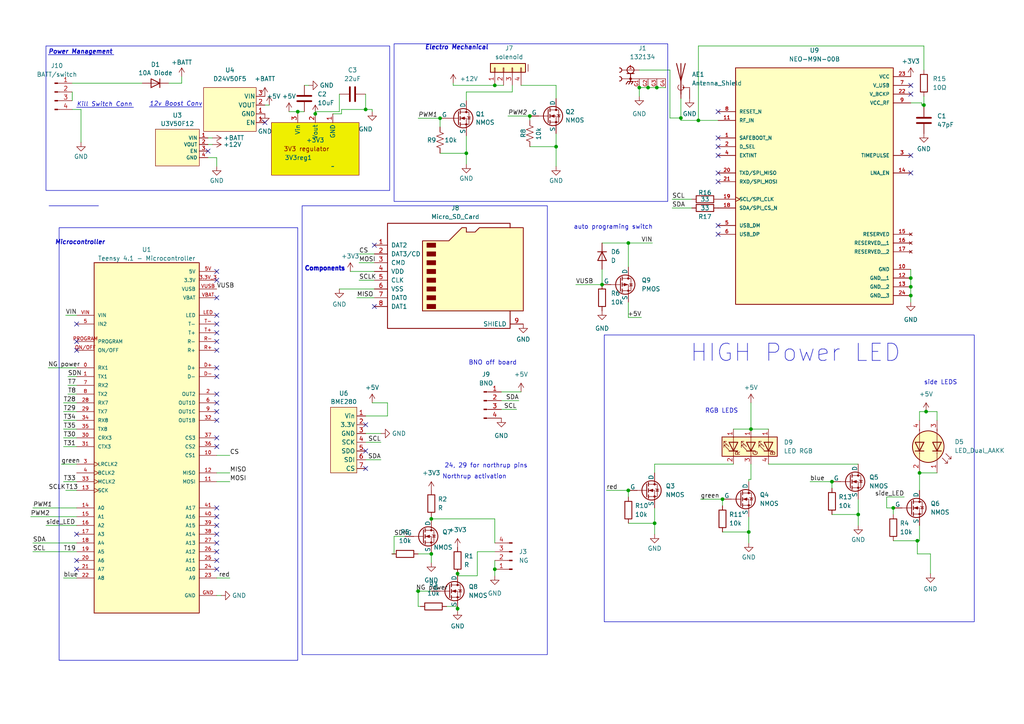
<source format=kicad_sch>
(kicad_sch (version 20250114) (generator "eeschema") (generator_version "9.0")
  (paper "A4")
  (lib_symbols
    (symbol "Connector:Conn_01x04_Pin" (pin_names (offset 1.016) (hide yes))
      (property "Reference" "J" (at 0 5.08 0))
      (property "Value" "Conn_01x04_Pin" (at 0 -7.62 0))
      (symbol "Conn_01x04_Pin_1_1"
        (pin passive line (at 5.08 2.54 180) (length 3.81) (name "Pin_1") (number "1"))
        (pin passive line (at 5.08 0 180) (length 3.81) (name "Pin_2") (number "2"))
        (pin passive line (at 5.08 -2.54 180) (length 3.81) (name "Pin_3") (number "3"))
        (pin passive line (at 5.08 -5.08 180) (length 3.81) (name "Pin_4") (number "4"))
      )
    )
    (symbol "Connector:Micro_SD_Card" (pin_names (offset 1.016))
      (property "Reference" "J" (at -16.51 15.24 0))
      (property "Value" "Micro_SD_Card" (at 16.51 15.24 0))
      (symbol "Micro_SD_Card_1_1"
        (pin bidirectional line (at -22.86 7.62 0) (length 3.81) (name "DAT2") (number "1"))
        (pin bidirectional line (at -22.86 5.08 0) (length 3.81) (name "DAT3/CD") (number "2"))
        (pin input line (at -22.86 2.54 0) (length 3.81) (name "CMD") (number "3"))
        (pin power_in line (at -22.86 0 0) (length 3.81) (name "VDD") (number "4"))
        (pin input line (at -22.86 -2.54 0) (length 3.81) (name "CLK") (number "5"))
        (pin power_in line (at -22.86 -5.08 0) (length 3.81) (name "VSS") (number "6"))
        (pin bidirectional line (at -22.86 -7.62 0) (length 3.81) (name "DAT0") (number "7"))
        (pin bidirectional line (at -22.86 -10.16 0) (length 3.81) (name "DAT1") (number "8"))
        (pin passive line (at 20.32 -15.24 180) (length 3.81) (name "SHIELD") (number "9"))
      )
    )
    (symbol "Connector_Generic_MountingPin:Conn_01x04_MountingPin" (pin_names (offset 1.016) (hide yes))
      (property "Reference" "J7" (at 5.715 -1.6256 90))
      (property "Value" "Conn_01x04_MountingPin" (at 3.175 -1.6256 90))
      (symbol "Conn_01x04_MountingPin_1_1"
        (pin input line (at -5.08 2.54 0) (length 3.81) (name "Pin_1") (number "1"))
        (pin input line (at -5.08 0 0) (length 3.81) (name "Pin_2") (number "2"))
        (pin input line (at -5.08 -2.54 0) (length 3.81) (name "Pin_3") (number "3"))
        (pin input line (at -5.08 -5.08 0) (length 3.81) (name "") (number "4"))
      )
    )
    (symbol "Device:Antenna_Shield" (pin_numbers (hide yes)) (pin_names (offset 1.016) (hide yes))
      (property "Reference" "AE" (at -1.905 4.445 0))
      (property "Value" "Antenna_Shield" (at -1.905 2.54 0))
      (symbol "Antenna_Shield_1_1"
        (pin input line (at 0 -5.08 90) (length 2.54) (name "A") (number "1"))
        (pin input line (at 2.54 -5.08 90) (length 2.54) (name "Shield") (number "2"))
      )
    )
    (symbol "Device:C" (pin_numbers (hide yes)) (pin_names (offset 0.254))
      (property "Reference" "C" (at 0.635 2.54 0))
      (property "Value" "C" (at 0.635 -2.54 0))
      (symbol "C_1_1"
        (pin passive line (at 0 3.81 270) (length 2.794) (name "~") (number "1"))
        (pin passive line (at 0 -3.81 90) (length 2.794) (name "~") (number "2"))
      )
    )
    (symbol "Device:D" (pin_numbers (hide yes)) (pin_names (offset 1.016) (hide yes))
      (property "Reference" "D" (at 0 2.54 0))
      (property "Value" "D" (at 0 -2.54 0))
      (symbol "D_1_1"
        (pin passive line (at -3.81 0 0) (length 2.54) (name "K") (number "1"))
        (pin passive line (at 3.81 0 180) (length 2.54) (name "A") (number "2"))
      )
    )
    (symbol "Device:LED_Dual_AAKK" (pin_names (offset 0) (hide yes))
      (property "Reference" "D5" (at -1.397 7.62 90))
      (property "Value" "LED_Dual_AAKK" (at 1.143 7.62 90))
      (symbol "LED_Dual_AAKK_1_1"
        (pin input line (at -7.62 2.54 0) (length 3.048) (name "A1") (number "3"))
        (pin input line (at -7.62 -2.54 0) (length 3.048) (name "A2") (number "4"))
        (pin input line (at 7.62 2.54 180) (length 3.81) (name "K1") (number "1"))
        (pin input line (at 7.62 -2.54 180) (length 3.81) (name "K2") (number "2"))
      )
    )
    (symbol "Device:LED_RGB" (pin_names (offset 0) (hide yes))
      (property "Reference" "D9" (at 1.27 -9.525 90))
      (property "Value" "LED RGB" (at -1.27 -9.525 90))
      (symbol "LED_RGB_0_0"
        (text "R" (at -1.905 3.81 0) (effects (font (size 1.27 1.27))))
        (text "G" (at -1.905 -1.27 0) (effects (font (size 1.27 1.27))))
        (text "B" (at -1.905 -6.35 0) (effects (font (size 1.27 1.27))))
      )
      (symbol "LED_RGB_1_1"
        (pin passive line (at -5.08 5.08 0) (length 2.54) (name "RK") (number "2"))
        (pin passive line (at -5.08 0 0) (length 2.54) (name "GK") (number "3"))
        (pin passive line (at -5.08 -5.08 0) (length 2.54) (name "BK") (number "4"))
        (pin passive line (at 5.08 5.08 180) (length 2.54) (name "RA") (number "1"))
        (pin passive line (at 5.08 0 180) (length 2.54) (name "GA") (number "1"))
        (pin passive line (at 5.08 -5.08 180) (length 2.54) (name "BA") (number "1"))
      )
    )
    (symbol "Device:R" (pin_numbers (hide yes)) (pin_names (offset 0))
      (property "Reference" "R" (at 2.032 0 90))
      (property "Value" "R" (at 0 0 90))
      (symbol "R_1_1"
        (pin passive line (at 0 3.81 270) (length 1.27) (name "~") (number "1"))
        (pin passive line (at 0 -3.81 90) (length 1.27) (name "~") (number "2"))
      )
    )
    (symbol "Device:R_US" (pin_numbers (hide yes)) (pin_names (offset 0))
      (property "Reference" "R" (at 2.54 0 90))
      (property "Value" "R_US" (at -2.54 0 90))
      (symbol "R_US_1_1"
        (pin passive line (at 0 3.81 270) (length 1.27) (name "~") (number "1"))
        (pin passive line (at 0 -3.81 90) (length 1.27) (name "~") (number "2"))
      )
    )
    (symbol "GND_1" (power) (pin_numbers (hide yes)) (pin_names (offset 0) (hide yes))
      (property "Value" "GND" (at 0 -3.81 0))
      (symbol "GND_1_1_1"
        (pin power_in line (at 0 0 270) (length 0) (name "~") (number "1"))
      )
    )
    (symbol "SHC_H_4_1:132134" (pin_names (offset 1.016))
      (property "Reference" "J" (at -3.81 4.064 0))
      (property "Value" "132134" (at -4.064 1.778 0))
      (symbol "132134_0_0"
        (pin passive line (at 2.54 0 180) (length 5.08) (name "~") (number "1"))
        (pin power_in line (at 2.54 -5.08 90) (length 2.54) (name "~") (number "G1"))
        (pin power_in line (at 5.08 -5.08 90) (length 2.54) (name "~") (number "G2"))
        (pin power_in line (at 7.62 -5.08 90) (length 2.54) (name "~") (number "G3"))
        (pin power_in line (at 10.16 -5.08 90) (length 2.54) (name "~") (number "G4"))
      )
    )
    (symbol "SHC_symbol:3V3_reg"
      (property "Reference" "Pololu3V3reg1" (at -13.97 2.54 0))
      (property "Value" "~" (at 0 0 0))
      (symbol "3V3_reg_1_1"
        (text "3V3 regulator" (at -7.62 5.08 0) (effects (font (size 1.27 1.27))))
        (pin input line (at -10.16 15.24 270) (length 2.54) (name "Vin") (number "3"))
        (pin input line (at -5.08 15.24 270) (length 2.54) (name "Vout") (number "2"))
        (pin input line (at 0 15.24 270) (length 2.54) (name "GND") (number "1"))
      )
    )
    (symbol "SHC_symbol:NEO-M9N-00B" (pin_names (offset 1.016))
      (property "Reference" "U" (at -22.86 28.702 0))
      (property "Value" "NEO-M9N-00B" (at -22.86 -43.18 0))
      (symbol "NEO-M9N-00B_0_0"
        (pin input line (at -27.94 15.24 0) (length 5.08) (name "RESET_N") (number "8"))
        (pin input line (at -27.94 12.7 0) (length 5.08) (name "RF_IN") (number "11"))
        (pin input line (at -27.94 7.62 0) (length 5.08) (name "SAFEBOOT_N") (number "1"))
        (pin input line (at -27.94 5.08 0) (length 5.08) (name "D_SEL") (number "2"))
        (pin input line (at -27.94 2.54 0) (length 5.08) (name "EXTINT") (number "4"))
        (pin output line (at -27.94 -2.54 0) (length 5.08) (name "TXD/SPI_MISO") (number "20"))
        (pin input line (at -27.94 -5.08 0) (length 5.08) (name "RXD/SPI_MOSI") (number "21"))
        (pin bidirectional clock (at -27.94 -10.16 0) (length 5.08) (name "SCL/SPI_CLK") (number "19"))
        (pin bidirectional line (at -27.94 -12.7 0) (length 5.08) (name "SDA/SPI_CS_N") (number "18"))
        (pin bidirectional line (at -27.94 -17.78 0) (length 5.08) (name "USB_DM") (number "5"))
        (pin bidirectional line (at -27.94 -20.32 0) (length 5.08) (name "USB_DP") (number "6"))
        (pin power_in line (at 27.94 25.4 180) (length 5.08) (name "VCC") (number "23"))
        (pin power_in line (at 27.94 22.86 180) (length 5.08) (name "V_USB") (number "7"))
        (pin power_in line (at 27.94 20.32 180) (length 5.08) (name "V_BCKP") (number "22"))
        (pin power_in line (at 27.94 17.78 180) (length 5.08) (name "VCC_RF") (number "9"))
        (pin output line (at 27.94 2.54 180) (length 5.08) (name "TIMEPULSE") (number "3"))
        (pin output line (at 27.94 -2.54 180) (length 5.08) (name "LNA_EN") (number "14"))
        (pin no_connect line (at 27.94 -20.32 180) (length 5.08) (name "RESERVED") (number "15"))
        (pin no_connect line (at 27.94 -22.86 180) (length 5.08) (name "RESERVED__1") (number "16"))
        (pin no_connect line (at 27.94 -25.4 180) (length 5.08) (name "RESERVED__2") (number "17"))
        (pin power_in line (at 27.94 -30.48 180) (length 5.08) (name "GND") (number "10"))
        (pin power_in line (at 27.94 -33.02 180) (length 5.08) (name "GND__1") (number "12"))
        (pin power_in line (at 27.94 -35.56 180) (length 5.08) (name "GND__2") (number "13"))
        (pin power_in line (at 27.94 -38.1 180) (length 5.08) (name "GND__3") (number "24"))
      )
    )
    (symbol "SHC_symbol:Pololu_5V_Regulator" (pin_names (offset 0.254))
      (property "Reference" "U4" (at 0 3.81 0))
      (property "Value" "D24V50F5" (at 0 1.27 0))
      (symbol "Pololu_5V_Regulator_1_1"
        (pin input line (at 10.16 -2.54 180) (length 2.54) (name "VIN") (number "3"))
        (pin output line (at 10.16 -5.08 180) (length 2.54) (name "VOUT") (number "2"))
        (pin passive line (at 10.16 -7.62 180) (length 2.54) (name "GND") (number "1"))
        (pin input line (at 10.16 -10.16 180) (length 2.54) (name "EN") (number "1"))
      )
    )
    (symbol "Simulation_SPICE:NMOS" (pin_numbers (hide yes)) (pin_names (offset 0))
      (property "Reference" "Q" (at 5.08 1.27 0))
      (property "Value" "NMOS" (at 5.08 -1.27 0))
      (symbol "NMOS_1_1"
        (pin input line (at -5.08 0 0) (length 2.54) (name "G") (number "2"))
        (pin passive line (at 2.54 5.08 270) (length 2.54) (name "D") (number "1"))
        (pin passive line (at 2.54 -5.08 90) (length 2.54) (name "S") (number "3"))
      )
    )
    (symbol "Simulation_SPICE:PMOS" (pin_numbers (hide yes)) (pin_names (offset 0))
      (property "Reference" "Q" (at 5.08 1.27 0))
      (property "Value" "PMOS" (at 5.08 -1.27 0))
      (symbol "PMOS_1_1"
        (pin input line (at -5.08 0 0) (length 2.54) (name "G") (number "2"))
        (pin passive line (at 2.54 5.08 270) (length 2.54) (name "D") (number "1"))
        (pin passive line (at 2.54 -5.08 90) (length 2.54) (name "S") (number "3"))
      )
    )
    (symbol "SpaceHardwareClub:BMP388"
      (property "Reference" "U6" (at 0 2.7473 0))
      (property "Value" "BME280" (at 0 0.3231 0))
      (symbol "BMP388_1_1"
        (pin power_in line (at 6.35 -3.81 180) (length 2.54) (name "Vin") (number "1"))
        (pin power_out line (at 6.35 -6.35 180) (length 2.54) (name "3.3V") (number "2"))
        (pin passive line (at 6.35 -8.89 180) (length 2.54) (name "GND") (number "3"))
        (pin passive line (at 6.35 -11.43 180) (length 2.54) (name "SCK") (number "4"))
        (pin passive line (at 6.35 -13.97 180) (length 2.54) (name "SDO") (number "5"))
        (pin passive line (at 6.35 -16.51 180) (length 2.54) (name "SDI") (number "6"))
        (pin passive line (at 6.35 -19.05 180) (length 2.54) (name "CS") (number "7"))
      )
    )
    (symbol "SpaceHardwareClub:U3V70F12"
      (property "Reference" "U" (at 0 0 0))
      (property "Value" "U3V70F12" (at 0 -2.032 0))
      (symbol "U3V70F12_1_0"
        (pin power_in line (at 8.89 -5.715 180) (length 2.54) (name "VIN") (number "1"))
        (pin power_out line (at 8.89 -7.62 180) (length 2.54) (name "VOUT") (number "2"))
        (pin passive line (at 8.89 -9.525 180) (length 2.54) (name "EN") (number "3"))
        (pin passive line (at 8.89 -11.43 180) (length 2.54) (name "GND") (number "4"))
      )
    )
    (symbol "Teensy4-1:DEV-16771" (pin_names (offset 1.016))
      (property "Reference" "U1" (at 0 54.61 0))
      (property "Value" "Teensy 4.1 - Microcontroller" (at 0 52.07 0))
      (symbol "DEV-16771_0_0"
        (pin input line (at -20.32 35.56 0) (length 5.08) (name "VIN") (number "VIN"))
        (pin bidirectional line (at -20.32 33.02 0) (length 5.08) (name "IN2") (number "5"))
        (pin bidirectional line (at -20.32 27.94 0) (length 5.08) (name "PROGRAM") (number "PROGRAM"))
        (pin bidirectional line (at -20.32 25.4 0) (length 5.08) (name "ON/OFF") (number "ON/OFF"))
        (pin bidirectional line (at -20.32 20.32 0) (length 5.08) (name "RX1") (number "0"))
        (pin bidirectional line (at -20.32 17.78 0) (length 5.08) (name "TX1") (number "1"))
        (pin bidirectional line (at -20.32 15.24 0) (length 5.08) (name "RX2") (number "7"))
        (pin bidirectional line (at -20.32 12.7 0) (length 5.08) (name "TX2") (number "8"))
        (pin bidirectional line (at -20.32 10.16 0) (length 5.08) (name "RX7") (number "28"))
        (pin bidirectional line (at -20.32 7.62 0) (length 5.08) (name "TX7") (number "29"))
        (pin bidirectional line (at -20.32 5.08 0) (length 5.08) (name "RX8") (number "34"))
        (pin bidirectional line (at -20.32 2.54 0) (length 5.08) (name "TX8") (number "35"))
        (pin bidirectional line (at -20.32 0 0) (length 5.08) (name "CRX3") (number "30"))
        (pin bidirectional line (at -20.32 -2.54 0) (length 5.08) (name "CTX3") (number "31"))
        (pin bidirectional clock (at -20.32 -7.62 0) (length 5.08) (name "LRCLK2") (number "3"))
        (pin bidirectional clock (at -20.32 -10.16 0) (length 5.08) (name "BCLK2") (number "4"))
        (pin bidirectional clock (at -20.32 -12.7 0) (length 5.08) (name "MCLK2") (number "33"))
        (pin bidirectional clock (at -20.32 -15.24 0) (length 5.08) (name "SCK") (number "13"))
        (pin bidirectional line (at -20.32 -20.32 0) (length 5.08) (name "A0") (number "14"))
        (pin bidirectional line (at -20.32 -22.86 0) (length 5.08) (name "A1") (number "15"))
        (pin bidirectional line (at -20.32 -25.4 0) (length 5.08) (name "A2") (number "16"))
        (pin bidirectional line (at -20.32 -27.94 0) (length 5.08) (name "A3") (number "17"))
        (pin bidirectional line (at -20.32 -30.48 0) (length 5.08) (name "A4") (number "18"))
        (pin bidirectional line (at -20.32 -33.02 0) (length 5.08) (name "A5") (number "19"))
        (pin bidirectional line (at -20.32 -35.56 0) (length 5.08) (name "A6") (number "20"))
        (pin bidirectional line (at -20.32 -38.1 0) (length 5.08) (name "A7") (number "21"))
        (pin bidirectional line (at -20.32 -40.64 0) (length 5.08) (name "A8") (number "22"))
        (pin power_in line (at 20.32 48.26 180) (length 5.08) (name "5V") (number "5V"))
        (pin power_in line (at 20.32 45.72 180) (length 5.08) (name "3.3V") (number "3.3V_3"))
        (pin passive line (at 20.32 43.18 180) (length 5.08) (name "VUSB") (number "VUSB"))
        (pin passive line (at 20.32 40.64 180) (length 5.08) (name "VBAT") (number "VBAT"))
        (pin bidirectional line (at 20.32 35.56 180) (length 5.08) (name "LED") (number "LED"))
        (pin bidirectional line (at 20.32 33.02 180) (length 5.08) (name "T-") (number "T-"))
        (pin bidirectional line (at 20.32 30.48 180) (length 5.08) (name "T+") (number "T+"))
        (pin bidirectional line (at 20.32 27.94 180) (length 5.08) (name "R-") (number "R-"))
        (pin bidirectional line (at 20.32 25.4 180) (length 5.08) (name "R+") (number "R+"))
        (pin bidirectional line (at 20.32 20.32 180) (length 5.08) (name "D+") (number "D+"))
        (pin bidirectional line (at 20.32 17.78 180) (length 5.08) (name "D-") (number "D-"))
        (pin output line (at 20.32 12.7 180) (length 5.08) (name "OUT2") (number "2"))
        (pin output line (at 20.32 10.16 180) (length 5.08) (name "OUT1D") (number "6"))
        (pin output line (at 20.32 7.62 180) (length 5.08) (name "OUT1C") (number "9"))
        (pin output line (at 20.32 5.08 180) (length 5.08) (name "OUT1B") (number "32"))
        (pin bidirectional line (at 20.32 0 180) (length 5.08) (name "CS3") (number "37"))
        (pin bidirectional line (at 20.32 -2.54 180) (length 5.08) (name "CS2") (number "36"))
        (pin bidirectional line (at 20.32 -5.08 180) (length 5.08) (name "CS1") (number "10"))
        (pin bidirectional line (at 20.32 -10.16 180) (length 5.08) (name "MISO") (number "12"))
        (pin bidirectional line (at 20.32 -12.7 180) (length 5.08) (name "MOSI") (number "11"))
        (pin bidirectional line (at 20.32 -20.32 180) (length 5.08) (name "A17") (number "41"))
        (pin bidirectional line (at 20.32 -22.86 180) (length 5.08) (name "A16") (number "40"))
        (pin bidirectional line (at 20.32 -25.4 180) (length 5.08) (name "A15") (number "39"))
        (pin bidirectional line (at 20.32 -27.94 180) (length 5.08) (name "A14") (number "38"))
        (pin bidirectional line (at 20.32 -30.48 180) (length 5.08) (name "A13") (number "27"))
        (pin bidirectional line (at 20.32 -33.02 180) (length 5.08) (name "A12") (number "26"))
        (pin bidirectional line (at 20.32 -35.56 180) (length 5.08) (name "A11") (number "25"))
        (pin bidirectional line (at 20.32 -38.1 180) (length 5.08) (name "A10") (number "24"))
        (pin bidirectional line (at 20.32 -40.64 180) (length 5.08) (name "A9") (number "23"))
      )
      (symbol "DEV-16771_1_0"
        (pin power_in line (at 20.32 -45.72 180) (length 5.08) (name "GND") (number "GND"))
      )
    )
    (symbol "power:+12V" (power) (pin_names (offset 0))
      (property "Value" "+12V" (at 0 3.556 0))
      (symbol "+12V_1_1"
        (pin power_in line (at 0 0 90) (length 0) (hide yes) (name "+12V") (number "1"))
      )
    )
    (symbol "power:+3V3" (power) (pin_names (offset 0))
      (property "Value" "+3V3" (at 0 3.556 0))
      (symbol "+3V3_1_1"
        (pin power_in line (at 0 0 90) (length 0) (hide yes) (name "+3V3") (number "1"))
      )
    )
    (symbol "power:+5V" (power) (pin_names (offset 0))
      (property "Value" "+5V" (at 0 3.556 0))
      (symbol "+5V_1_1"
        (pin power_in line (at 0 0 90) (length 0) (hide yes) (name "+5V") (number "1"))
      )
    )
    (symbol "power:+BATT" (power) (pin_names (offset 0))
      (property "Value" "+BATT" (at 0 3.556 0))
      (symbol "+BATT_1_1"
        (pin power_in line (at 0 0 90) (length 0) (hide yes) (name "+BATT") (number "1"))
      )
    )
    (symbol "power:GND" (power) (pin_names (offset 0))
      (property "Value" "GND" (at 0 -3.81 0))
      (symbol "GND_1_1"
        (pin power_in line (at 0 0 270) (length 0) (hide yes) (name "GND") (number "1"))
      )
    )
  )
  (rectangle (start 14.224 59.69) (end 28.575 59.69))
  (rectangle (start 13.335 13.335) (end 113.03 55.245))
  (rectangle (start 22.225 31.115) (end 38.735 31.115))
  (rectangle (start 114.3 12.7) (end 193.675 58.42))
  (rectangle (start 17.145 66.04) (end 86.36 191.516))
  (rectangle (start 175.26 97.155) (end 282.575 180.34))
  (rectangle (start 87.63 59.69) (end 158.75 189.865))
  (rectangle (start 13.97 15.875) (end 33.02 15.875))
  (rectangle (start 215.9 318.135) (end 281.94 397.51))
  (rectangle (start 43.307 30.988) (end 58.547 30.988))
  (text "BNO off board" (at 135.89 106.045 0) (effects (font (size 1.27 1.27)) (justify left bottom)))
  (text "auto programing switch" (at 166.37 66.675 0) (effects (font (size 1.27 1.27)) (justify left bottom)))
  (text "12v Boost Conv" (at 43.307 30.988 0) (effects (font (size 1.27 1.27) (italic yes)) (justify left bottom)))
  (text "24, 29 for northrup pins" (at 128.905 135.89 0) (effects (font (size 1.27 1.27)) (justify left bottom)))
  (text "Components" (at 88.265 78.74 0) (effects (font (size 1.27 1.27) (thickness 1) (bold yes)) (justify left bottom)))
  (text "Electro Mechanical" (at 123.19 14.605 0) (effects (font (size 1.27 1.27) (thickness 0.254) (bold yes) (italic yes)) (justify left bottom)))
  (text "Kill Switch Conn" (at 22.225 31.115 0) (effects (font (size 1.27 1.27) (italic yes)) (justify left bottom)))
  (text "Microcontroller" (at 15.875 71.12 0) (effects (font (size 1.27 1.27) (thickness 0.254) (bold yes) (italic yes)) (justify left bottom)))
  (text "Northrup activation" (at 128.27 139.065 0) (effects (font (size 1.27 1.27)) (justify left bottom)))
  (text "HIGH Power LED" (at 200.025 105.41 0) (effects (font (size 5 5)) (justify left bottom)))
  (text "Power Management" (at 13.97 15.875 0) (effects (font (size 1.27 1.27) (thickness 0.254) (bold yes) (italic yes)) (justify left bottom)))
  (text "RGB LEDS" (at 204.47 120.015 0) (effects (font (size 1.27 1.27)) (justify left bottom)))
  (text "side LEDS" (at 267.97 111.76 0) (effects (font (size 1.27 1.27)) (justify left bottom)))
  (junction (at 267.97 30.48))
  (junction (at 241.3 139.7))
  (junction (at 264.16 85.725))
  (junction (at 121.285 171.45))
  (junction (at 189.865 151.765))
  (junction (at 125.095 160.655))
  (junction (at 217.17 154.305))
  (junction (at 132.715 166.37))
  (junction (at 259.08 147.32))
  (junction (at 266.065 156.845))
  (junction (at 190.5 25.4))
  (junction (at 135.255 44.45))
  (junction (at 174.625 82.55))
  (junction (at 106.045 31.75))
  (junction (at 143.51 24.765))
  (junction (at 143.51 165.1))
  (junction (at 187.96 25.4))
  (junction (at 132.715 176.53))
  (junction (at 202.565 34.925))
  (junction (at 161.29 42.545))
  (junction (at 127.635 34.29))
  (junction (at 248.92 149.225))
  (junction (at 209.55 144.78))
  (junction (at 264.16 83.185))
  (junction (at 266.7 137.16))
  (junction (at 91.44 33.02))
  (junction (at 86.36 32.385))
  (junction (at 268.605 119.38))
  (junction (at 153.67 33.655))
  (junction (at 182.245 70.485))
  (junction (at 217.805 124.46))
  (junction (at 182.245 142.24))
  (junction (at 197.485 34.223))
  (junction (at 185.42 25.4))
  (junction (at 264.16 80.645))
  (junction (at 125.095 150.495))
  (no_connect (at 22.225 165.1))
  (no_connect (at 62.865 109.22))
  (no_connect (at 62.865 152.4))
  (no_connect (at 62.865 129.54))
  (no_connect (at 62.865 116.84))
  (no_connect (at 62.865 165.1))
  (no_connect (at 62.865 114.3))
  (no_connect (at 208.28 50.165))
  (no_connect (at 208.28 67.945))
  (no_connect (at 62.865 149.86))
  (no_connect (at 62.865 147.32))
  (no_connect (at 208.28 32.385))
  (no_connect (at 264.16 24.765))
  (no_connect (at 62.865 154.94))
  (no_connect (at 22.225 93.98))
  (no_connect (at 62.865 157.48))
  (no_connect (at 22.225 162.56))
  (no_connect (at 62.865 81.28))
  (no_connect (at 208.28 40.005))
  (no_connect (at 62.865 96.52))
  (no_connect (at 60.325 43.815))
  (no_connect (at 62.865 99.06))
  (no_connect (at 22.225 101.6))
  (no_connect (at 106.045 130.81))
  (no_connect (at 76.835 35.56))
  (no_connect (at 264.16 50.165))
  (no_connect (at 208.28 52.705))
  (no_connect (at 62.865 119.38))
  (no_connect (at 108.585 71.12))
  (no_connect (at 264.16 27.305))
  (no_connect (at 22.225 154.94))
  (no_connect (at 62.865 121.92))
  (no_connect (at 208.28 65.405))
  (no_connect (at 106.045 123.19))
  (no_connect (at 62.865 106.68))
  (no_connect (at 62.865 160.02))
  (no_connect (at 62.865 86.36))
  (no_connect (at 208.28 45.085))
  (no_connect (at 62.865 78.74))
  (no_connect (at 22.225 99.06))
  (no_connect (at 62.865 91.44))
  (no_connect (at 62.865 127))
  (no_connect (at 208.28 42.545))
  (no_connect (at 62.865 93.98))
  (no_connect (at 62.865 162.56))
  (no_connect (at 264.16 45.085))
  (no_connect (at 106.045 135.89))
  (no_connect (at 108.585 88.9))
  (no_connect (at 62.865 101.6))
  (wire (pts (xy 101.6 78.74) (xy 108.585 78.74)))
  (wire (pts (xy 167.005 82.55) (xy 174.625 82.55)))
  (wire (pts (xy 125.095 163.195) (xy 125.095 160.655)))
  (wire (pts (xy 185.42 25.4) (xy 185.42 27.94)))
  (wire (pts (xy 121.285 171.45) (xy 121.285 175.895)))
  (wire (pts (xy 145.415 113.665) (xy 151.13 113.665)))
  (wire (pts (xy 121.285 160.655) (xy 125.095 160.655)))
  (wire (pts (xy 194.31 20.32) (xy 185.42 20.32)))
  (wire (pts (xy 267.97 13.335) (xy 267.97 20.32)))
  (wire (pts (xy 194.31 34.223) (xy 194.31 20.32)))
  (wire (pts (xy 174.625 78.105) (xy 174.625 82.55)))
  (wire (pts (xy 22.225 160.02) (xy 9.525 160.02)))
  (wire (pts (xy 62.865 167.64) (xy 66.675 167.64)))
  (wire (pts (xy 132.715 177.165) (xy 132.715 176.53)))
  (wire (pts (xy 135.255 26.67) (xy 135.255 29.21)))
  (wire (pts (xy 148.59 26.67) (xy 148.59 24.765)))
  (wire (pts (xy 209.55 154.305) (xy 217.17 154.305)))
  (wire (pts (xy 197.485 34.223) (xy 194.31 34.223)))
  (wire (pts (xy 19.685 114.3) (xy 22.225 114.3)))
  (wire (pts (xy 121.285 34.29) (xy 127.635 34.29)))
  (wire (pts (xy 13.97 106.68) (xy 22.225 106.68)))
  (wire (pts (xy 129.54 175.895) (xy 132.715 175.895)))
  (wire (pts (xy 17.78 134.62) (xy 22.225 134.62)))
  (wire (pts (xy 189.865 147.32) (xy 189.865 151.765)))
  (wire (pts (xy 62.865 137.16) (xy 66.675 137.16)))
  (wire (pts (xy 257.175 144.145) (xy 257.175 147.32)))
  (wire (pts (xy 107.95 31.75) (xy 106.045 31.75)))
  (wire (pts (xy 131.445 24.765) (xy 131.445 24.13)))
  (wire (pts (xy 202.565 13.335) (xy 267.97 13.335)))
  (wire (pts (xy 86.36 32.385) (xy 86.36 33.02)))
  (wire (pts (xy 267.97 30.48) (xy 267.97 31.115)))
  (wire (pts (xy 19.685 111.76) (xy 22.225 111.76)))
  (wire (pts (xy 135.255 47.625) (xy 135.255 44.45)))
  (wire (pts (xy 217.17 149.86) (xy 217.17 154.305)))
  (wire (pts (xy 145.415 118.745) (xy 149.86 118.745)))
  (wire (pts (xy 174.625 70.485) (xy 182.245 70.485)))
  (wire (pts (xy 268.605 119.38) (xy 266.7 119.38)))
  (wire (pts (xy 103.505 86.36) (xy 108.585 86.36)))
  (wire (pts (xy 202.565 34.925) (xy 202.565 13.335)))
  (wire (pts (xy 217.805 134.62) (xy 217.805 139.065)))
  (wire (pts (xy 264.16 85.725) (xy 264.16 87.63)))
  (wire (pts (xy 114.3 160.655) (xy 113.665 160.655)))
  (wire (pts (xy 182.245 70.485) (xy 189.23 70.485)))
  (wire (pts (xy 112.395 116.84) (xy 107.95 116.84)))
  (wire (pts (xy 106.045 133.35) (xy 110.49 133.35)))
  (wire (pts (xy 186.055 92.075) (xy 182.245 92.075)))
  (wire (pts (xy 259.08 156.845) (xy 266.065 156.845)))
  (wire (pts (xy 112.395 116.84) (xy 112.395 120.65)))
  (wire (pts (xy 271.78 137.16) (xy 266.7 137.16)))
  (wire (pts (xy 106.045 120.65) (xy 112.395 120.65)))
  (wire (pts (xy 121.285 171.45) (xy 125.095 171.45)))
  (wire (pts (xy 194.945 57.785) (xy 200.66 57.785)))
  (wire (pts (xy 121.285 175.895) (xy 121.92 175.895)))
  (wire (pts (xy 106.045 128.27) (xy 110.49 128.27)))
  (wire (pts (xy 209.55 144.78) (xy 209.55 146.685)))
  (wire (pts (xy 62.865 132.08) (xy 66.675 132.08)))
  (wire (pts (xy 266.7 156.845) (xy 266.065 156.845)))
  (wire (pts (xy 197.485 34.925) (xy 197.485 34.223)))
  (wire (pts (xy 98.425 83.82) (xy 108.585 83.82)))
  (wire (pts (xy 153.67 33.655) (xy 153.67 34.925)))
  (wire (pts (xy 18.415 116.84) (xy 22.225 116.84)))
  (wire (pts (xy 194.945 60.325) (xy 200.66 60.325)))
  (wire (pts (xy 106.045 27.305) (xy 106.045 31.75)))
  (wire (pts (xy 114.3 155.575) (xy 114.3 160.655)))
  (wire (pts (xy 114.3 155.575) (xy 117.475 155.575)))
  (wire (pts (xy 212.725 124.46) (xy 217.805 124.46)))
  (wire (pts (xy 98.425 27.305) (xy 98.425 32.385)))
  (wire (pts (xy 248.92 144.78) (xy 248.92 149.225)))
  (wire (pts (xy 266.7 137.16) (xy 266.7 142.24)))
  (wire (pts (xy 161.29 42.545) (xy 161.29 38.735)))
  (wire (pts (xy 202.565 34.925) (xy 197.485 34.925)))
  (wire (pts (xy 182.245 142.24) (xy 182.245 144.145)))
  (wire (pts (xy 52.705 24.13) (xy 52.705 22.225)))
  (wire (pts (xy 62.865 139.7) (xy 66.675 139.7)))
  (wire (pts (xy 127.635 34.29) (xy 127.635 36.83)))
  (wire (pts (xy 197.485 34.223) (xy 197.485 28.575)))
  (wire (pts (xy 20.955 31.75) (xy 23.495 31.75)))
  (wire (pts (xy 88.265 32.385) (xy 86.36 32.385)))
  (wire (pts (xy 259.08 149.225) (xy 259.08 147.32)))
  (wire (pts (xy 91.44 32.385) (xy 91.44 33.02)))
  (wire (pts (xy 203.2 144.78) (xy 209.55 144.78)))
  (wire (pts (xy 266.7 119.38) (xy 266.7 121.92)))
  (wire (pts (xy 267.335 29.845) (xy 267.335 30.48)))
  (wire (pts (xy 257.175 147.32) (xy 259.08 147.32)))
  (wire (pts (xy 222.885 134.62) (xy 248.92 134.62)))
  (wire (pts (xy 138.43 160.02) (xy 143.51 160.02)))
  (wire (pts (xy 241.3 149.225) (xy 248.92 149.225)))
  (wire (pts (xy 264.16 80.645) (xy 264.16 83.185)))
  (wire (pts (xy 264.16 78.105) (xy 264.16 80.645)))
  (wire (pts (xy 98.425 32.385) (xy 91.44 32.385)))
  (wire (pts (xy 143.51 165.1) (xy 143.51 167.005)))
  (wire (pts (xy 217.17 154.305) (xy 217.17 157.48)))
  (wire (pts (xy 76.835 30.48) (xy 78.105 30.48)))
  (wire (pts (xy 127.635 44.45) (xy 135.255 44.45)))
  (wire (pts (xy 104.14 76.2) (xy 108.585 76.2)))
  (wire (pts (xy 264.16 29.845) (xy 267.335 29.845)))
  (wire (pts (xy 264.16 83.185) (xy 264.16 85.725)))
  (wire (pts (xy 266.7 152.4) (xy 266.7 156.845)))
  (wire (pts (xy 9.525 157.48) (xy 22.225 157.48)))
  (wire (pts (xy 83.82 32.385) (xy 86.36 32.385)))
  (wire (pts (xy 190.5 25.4) (xy 193.04 25.4)))
  (wire (pts (xy 161.29 28.575) (xy 161.29 24.765)))
  (wire (pts (xy 120.65 171.45) (xy 121.285 171.45)))
  (wire (pts (xy 99.06 31.75) (xy 99.06 33.02)))
  (wire (pts (xy 99.06 33.02) (xy 96.52 33.02)))
  (wire (pts (xy 262.255 144.145) (xy 257.175 144.145)))
  (wire (pts (xy 9.525 147.32) (xy 22.225 147.32)))
  (wire (pts (xy 61.595 41.91) (xy 60.325 41.91)))
  (wire (pts (xy 132.715 167.005) (xy 138.43 167.005)))
  (wire (pts (xy 187.96 25.4) (xy 190.5 25.4)))
  (wire (pts (xy 18.415 139.7) (xy 22.225 139.7)))
  (wire (pts (xy 269.875 160.655) (xy 269.875 166.37)))
  (wire (pts (xy 135.255 26.67) (xy 148.59 26.67)))
  (wire (pts (xy 248.92 149.225) (xy 248.92 152.4)))
  (wire (pts (xy 107.95 32.385) (xy 107.95 31.75)))
  (wire (pts (xy 18.415 121.92) (xy 22.225 121.92)))
  (wire (pts (xy 217.17 139.065) (xy 217.805 139.065)))
  (wire (pts (xy 217.805 124.46) (xy 222.885 124.46)))
  (wire (pts (xy 189.865 134.62) (xy 212.725 134.62)))
  (wire (pts (xy 61.595 40.005) (xy 60.325 40.005)))
  (wire (pts (xy 22.225 149.86) (xy 8.89 149.86)))
  (wire (pts (xy 18.415 167.64) (xy 22.225 167.64)))
  (wire (pts (xy 99.06 31.75) (xy 106.045 31.75)))
  (wire (pts (xy 131.445 24.765) (xy 143.51 24.765)))
  (wire (pts (xy 217.805 116.84) (xy 217.805 124.46)))
  (wire (pts (xy 20.955 26.67) (xy 20.955 29.21)))
  (wire (pts (xy 267.97 27.94) (xy 267.97 30.48)))
  (wire (pts (xy 18.415 119.38) (xy 22.225 119.38)))
  (wire (pts (xy 208.28 34.925) (xy 202.565 34.925)))
  (wire (pts (xy 60.325 45.72) (xy 62.865 45.72)))
  (wire (pts (xy 182.245 151.765) (xy 189.865 151.765)))
  (wire (pts (xy 18.415 124.46) (xy 22.225 124.46)))
  (wire (pts (xy 234.95 139.7) (xy 241.3 139.7)))
  (wire (pts (xy 13.335 152.4) (xy 22.225 152.4)))
  (wire (pts (xy 143.51 24.765) (xy 146.05 24.765)))
  (wire (pts (xy 104.14 81.28) (xy 108.585 81.28)))
  (wire (pts (xy 145.415 116.205) (xy 150.495 116.205)))
  (wire (pts (xy 132.715 175.895) (xy 132.715 176.53)))
  (wire (pts (xy 266.065 160.655) (xy 269.875 160.655)))
  (wire (pts (xy 189.865 151.765) (xy 189.865 154.94)))
  (wire (pts (xy 151.13 24.765) (xy 161.29 24.765)))
  (wire (pts (xy 110.49 125.73) (xy 106.045 125.73)))
  (wire (pts (xy 153.67 42.545) (xy 161.29 42.545)))
  (wire (pts (xy 48.895 24.13) (xy 52.705 24.13)))
  (wire (pts (xy 241.3 139.7) (xy 241.3 141.605)))
  (wire (pts (xy 268.605 119.38) (xy 271.78 119.38)))
  (wire (pts (xy 267.97 30.48) (xy 267.335 30.48)))
  (wire (pts (xy 64.135 172.72) (xy 62.865 172.72)))
  (wire (pts (xy 189.865 134.62) (xy 189.865 137.16)))
  (wire (pts (xy 185.42 25.4) (xy 187.96 25.4)))
  (wire (pts (xy 143.51 162.56) (xy 143.51 165.1)))
  (wire (pts (xy 18.415 129.54) (xy 22.225 129.54)))
  (wire (pts (xy 104.14 73.66) (xy 108.585 73.66)))
  (wire (pts (xy 132.715 166.37) (xy 132.715 167.005)))
  (wire (pts (xy 182.245 92.075) (xy 182.245 87.63)))
  (wire (pts (xy 125.095 149.86) (xy 125.095 150.495)))
  (wire (pts (xy 138.43 167.005) (xy 138.43 160.02)))
  (wire (pts (xy 125.095 150.495) (xy 143.51 150.495)))
  (wire (pts (xy 266.065 156.845) (xy 266.065 160.655)))
  (wire (pts (xy 161.29 48.26) (xy 161.29 42.545)))
  (wire (pts (xy 20.955 24.13) (xy 41.275 24.13)))
  (wire (pts (xy 19.05 91.44) (xy 22.225 91.44)))
  (wire (pts (xy 88.265 24.765) (xy 89.535 24.765)))
  (wire (pts (xy 19.05 142.24) (xy 22.225 142.24)))
  (wire (pts (xy 143.51 150.495) (xy 143.51 157.48)))
  (wire (pts (xy 182.245 70.485) (xy 182.245 77.47)))
  (wire (pts (xy 217.17 139.065) (xy 217.17 139.7)))
  (wire (pts (xy 62.865 48.26) (xy 62.865 45.72)))
  (wire (pts (xy 18.415 127) (xy 22.225 127)))
  (wire (pts (xy 19.685 109.22) (xy 22.225 109.22)))
  (wire (pts (xy 271.78 119.38) (xy 271.78 121.92)))
  (wire (pts (xy 135.255 44.45) (xy 135.255 39.37)))
  (wire (pts (xy 175.895 142.24) (xy 182.245 142.24)))
  (wire (pts (xy 147.32 33.655) (xy 153.67 33.655)))
  (wire (pts (xy 23.495 31.75) (xy 23.495 41.275)))
  (label "SDN" (at 114.3 155.575 0))
  (label "T19" (at 18.415 160.02 0))
  (label "T30" (at 18.415 127 0))
  (label "PWM2" (at 147.32 33.655 0) (effects (font (italic yes))))
  (label "VUSB" (at 62.865 83.82 0))
  (label "PWM1" (at 9.525 147.32 0) (effects (font (italic yes))))
  (label "T33" (at 18.415 139.7 0))
  (label "T35" (at 18.415 124.46 0))
  (label "CS" (at 66.675 132.08 0))
  (label "NG power" (at 13.97 106.68 0))
  (label "SCL" (at 110.49 128.27 180))
  (label "SDA" (at 194.945 60.325 0))
  (label "T7" (at 19.685 111.76 0))
  (label "NG power" (at 120.65 171.45 0))
  (label "blue" (at 234.95 139.7 0))
  (label "T8" (at 19.685 114.3 0))
  (label "T29" (at 18.415 119.38 0))
  (label "MISO" (at 66.675 137.16 0))
  (label "red" (at 175.895 142.24 0))
  (label "VIN" (at 189.23 70.485 180))
  (label "+5V" (at 186.055 92.075 180))
  (label "VIN" (at 19.05 91.44 0))
  (label "SDA" (at 9.525 157.48 0))
  (label "SCL" (at 149.86 118.745 180))
  (label "side_LED" (at 13.335 152.4 0))
  (label "T13" (at 19.05 142.24 0))
  (label "VUSB" (at 167.005 82.55 0))
  (label "SDA" (at 150.495 116.205 180))
  (label "T34" (at 18.415 121.92 0))
  (label "SCLK" (at 19.05 142.24 180))
  (label "SCLK" (at 104.14 81.28 0))
  (label "CS" (at 104.14 73.66 0))
  (label "MISO" (at 103.505 86.36 0))
  (label "PWM1" (at 121.285 34.29 0) (effects (font (italic yes))))
  (label "green" (at 17.78 134.62 0))
  (label "SDN" (at 19.685 109.22 0))
  (label "PWM2" (at 8.89 149.86 0))
  (label "MOSI" (at 66.675 139.7 0))
  (label "T31" (at 18.415 129.54 0))
  (label "SCL" (at 9.525 160.02 0))
  (label "green" (at 203.2 144.78 0))
  (label "red" (at 66.675 167.64 180))
  (label "blue" (at 18.415 167.64 0))
  (label "T28" (at 18.415 116.84 0))
  (label "side_LED" (at 262.255 144.145 180))
  (label "SCL" (at 194.945 57.785 0))
  (label "SDA" (at 110.49 133.35 180))
  (label "MOSI" (at 104.14 76.2 0))
  (symbol (lib_id "Simulation_SPICE:PMOS") (at 179.705 82.55 0) (unit 1)
    (property "Reference" "Q9" (at 186.055 81.28 0) (effects (justify left)))
    (property "Value" "PMOS" (at 186.055 83.82 0) (effects (justify left)))
    (property "Footprint" "SHC:TO-220AB_LTO" (effects (hide yes)))
    (property "Datasheet" "https://ngspice.sourceforge.io/docs/ngspice-manual.pdf" (effects (hide yes)))
    (property "Sim.Device" "PMOS" (effects (hide yes)))
    (property "Sim.Type" "VDMOS" (effects (hide yes)))
    (property "Sim.Pins" "1=D 2=G 3=S" (effects (hide yes)))
  )
  (symbol (lib_id "power:GND") (at 174.625 90.17 0) (unit 1)
    (property "Reference" "#PWR03" (effects (hide yes)))
    (property "Value" "GND" (at 174.625 95.25 0))
  )
  (symbol (lib_id "power:GND") (at 264.16 87.63 0) (unit 1)
    (property "Reference" "#PWR034" (effects (hide yes)))
    (property "Value" "GND" (at 264.16 92.71 0))
  )
  (symbol (lib_id "Simulation_SPICE:NMOS") (at 187.325 142.24 0) (unit 1)
    (property "Reference" "Q3" (at 193.04 140.97 0) (effects (justify left)))
    (property "Value" "NMOS" (at 193.04 143.51 0) (effects (justify left)))
    (property "Footprint" "SHC:SOT23_DMG3406_DIO" (effects (hide yes)))
    (property "Datasheet" "https://ngspice.sourceforge.io/docs/ngspice-manual.pdf" (effects (hide yes)))
    (property "Sim.Device" "NMOS" (effects (hide yes)))
    (property "Sim.Type" "VDMOS" (effects (hide yes)))
    (property "Sim.Pins" "1=D 2=G 3=S" (effects (hide yes)))
  )
  (symbol (lib_id "power:GND") (at 135.255 47.625 0) (unit 1)
    (property "Reference" "#PWR024" (effects (hide yes)))
    (property "Value" "GND" (at 135.255 51.7581 0))
  )
  (symbol (lib_id "power:GND") (at 161.29 48.26 0) (unit 1)
    (property "Reference" "#PWR026" (effects (hide yes)))
    (property "Value" "GND" (at 161.29 52.3931 0))
  )
  (symbol (lib_id "power:+5V") (at 83.82 32.385 0) (unit 1)
    (property "Reference" "#PWR01" (effects (hide yes)))
    (property "Value" "+5V" (at 83.82 27.94 0))
  )
  (symbol (lib_id "Device:R") (at 182.245 147.955 0) (unit 1)
    (property "Reference" "R10" (at 184.15 146.685 0) (effects (justify left)))
    (property "Value" "10k" (at 184.15 149.225 0) (effects (justify left)))
    (property "Footprint" "Resistor_SMD:R_0603_1608Metric_Pad0.98x0.95mm_HandSolder" (effects (hide yes)))
  )
  (symbol (lib_id "Simulation_SPICE:NMOS") (at 130.175 171.45 0) (unit 1)
    (property "Reference" "Q8" (at 135.89 170.18 0) (effects (justify left)))
    (property "Value" "NMOS" (at 135.89 172.72 0) (effects (justify left)))
    (property "Footprint" "SHC:SOT23_DMG3406_DIO" (effects (hide yes)))
    (property "Datasheet" "https://ngspice.sourceforge.io/docs/ngspice-manual.pdf" (effects (hide yes)))
    (property "Sim.Device" "NMOS" (effects (hide yes)))
    (property "Sim.Type" "VDMOS" (effects (hide yes)))
    (property "Sim.Pins" "1=D 2=G 3=S" (effects (hide yes)))
  )
  (symbol (lib_id "power:+BATT") (at 61.595 40.005 270) (unit 1)
    (property "Reference" "#PWR013" (effects (hide yes)))
    (property "Value" "+BATT" (at 64.77 40.005 90) (effects (justify left)))
  )
  (symbol (lib_id "Device:R_US") (at 153.67 38.735 0) (unit 1)
    (property "Reference" "R8" (at 151.765 40.005 90) (effects (justify left)))
    (property "Value" "10k" (at 156.21 40.64 90) (effects (justify left)))
    (property "Footprint" "Resistor_SMD:R_0603_1608Metric_Pad0.98x0.95mm_HandSolder" (effects (hide yes)))
  )
  (symbol (lib_id "power:+3V3") (at 132.715 158.75 0) (unit 1)
    (property "Reference" "#PWR09" (effects (hide yes)))
    (property "Value" "+3V3" (at 132.715 153.67 0))
  )
  (symbol (lib_id "power:GND") (at 189.865 154.94 0) (unit 1)
    (property "Reference" "#PWR05" (effects (hide yes)))
    (property "Value" "GND" (at 189.865 159.0731 0))
  )
  (symbol (lib_id "power:GND") (at 76.835 33.02 0) (unit 1)
    (property "Reference" "#PWR046" (effects (hide yes)))
    (property "Value" "GND" (at 76.835 38.1 0))
  )
  (symbol (lib_id "Simulation_SPICE:NMOS") (at 214.63 144.78 0) (unit 1)
    (property "Reference" "Q4" (at 220.345 143.51 0) (effects (justify left)))
    (property "Value" "NMOS" (at 220.345 146.05 0) (effects (justify left)))
    (property "Footprint" "SHC:SOT23_DMG3406_DIO" (effects (hide yes)))
    (property "Datasheet" "https://ngspice.sourceforge.io/docs/ngspice-manual.pdf" (effects (hide yes)))
    (property "Sim.Device" "NMOS" (effects (hide yes)))
    (property "Sim.Type" "VDMOS" (effects (hide yes)))
    (property "Sim.Pins" "1=D 2=G 3=S" (effects (hide yes)))
  )
  (symbol (lib_name "GND_1") (lib_id "power:GND") (at 185.42 27.94 0) (unit 1)
    (property "Reference" "#PWR016" (effects (hide yes)))
    (property "Value" "GND" (at 185.42 33.02 0))
    (property "Description" "Power symbol creates a global label with name \"GND\" , ground" (effects (hide yes)))
  )
  (symbol (lib_id "Simulation_SPICE:NMOS") (at 122.555 155.575 0) (unit 1)
    (property "Reference" "Q7" (at 128.27 154.305 0) (effects (justify left)))
    (property "Value" "NMOS" (at 125.73 158.75 0) (effects (justify left)))
    (property "Footprint" "SHC:SOT23_DMG3406_DIO" (effects (hide yes)))
    (property "Datasheet" "https://ngspice.sourceforge.io/docs/ngspice-manual.pdf" (effects (hide yes)))
    (property "Sim.Device" "NMOS" (effects (hide yes)))
    (property "Sim.Type" "VDMOS" (effects (hide yes)))
    (property "Sim.Pins" "1=D 2=G 3=S" (effects (hide yes)))
  )
  (symbol (lib_id "power:GND") (at 89.535 24.765 90) (unit 1)
    (property "Reference" "#PWR022" (effects (hide yes)))
    (property "Value" "GND" (at 92.71 24.765 90) (effects (justify right)))
  )
  (symbol (lib_id "SHC_symbol:NEO-M9N-00B") (at 236.22 47.625 0) (unit 1)
    (property "Reference" "U9" (at 236.22 14.605 0))
    (property "Value" "NEO-M9N-00B" (at 236.22 17.145 0))
    (property "Footprint" "SHC:XCVR_NEO-M9N-00B" (effects (hide yes)))
    (property "PARTREV" "R05" (effects (hide yes)))
    (property "MANUFACTURER" "U blox" (effects (hide yes)))
    (property "MAXIMUM_PACKAGE_HEIGHT" "2.6mm" (effects (hide yes)))
    (property "STANDARD" "Manufacturer Recommendations" (effects (hide yes)))
  )
  (symbol (lib_id "Connector:Conn_01x04_Pin") (at 15.875 26.67 0) (unit 1)
    (property "Reference" "J10" (at 16.51 19.05 0))
    (property "Value" "BATT/switch" (at 16.51 21.59 0))
    (property "Footprint" "Connector_Molex:Molex_Mini-Fit_Jr_5569-04A2_2x02_P4.20mm_Horizontal" (effects (hide yes)))
  )
  (symbol (lib_id "power:+3V3") (at 125.095 142.24 0) (unit 1)
    (property "Reference" "#PWR019" (effects (hide yes)))
    (property "Value" "+3V3" (at 125.095 137.16 0))
  )
  (symbol (lib_id "SHC_symbol:3V3_reg") (at 96.52 48.26 0) (unit 1)
    (property "Reference" "3V3reg1" (at 82.55 45.72 0) (effects (justify left)))
    (property "Value" "~" (at 96.52 48.26 0))
    (property "Footprint" "SHC:SOT223-5_DIO-M" (effects (hide yes)))
    (property "Datasheet" "https://www.pololu.com/product/2849" (effects (hide yes)))
  )
  (symbol (lib_id "Device:R") (at 132.715 162.56 0) (unit 1)
    (property "Reference" "R1" (at 134.62 161.29 0) (effects (justify left)))
    (property "Value" "R" (at 134.62 163.83 0) (effects (justify left)))
    (property "Footprint" "Resistor_SMD:R_0603_1608Metric_Pad0.98x0.95mm_HandSolder" (effects (hide yes)))
  )
  (symbol (lib_id "power:GND") (at 151.765 93.98 0) (unit 1)
    (property "Reference" "#PWR028" (effects (hide yes)))
    (property "Value" "GND" (at 151.765 98.425 0))
  )
  (symbol (lib_id "Device:C") (at 267.97 34.925 0) (unit 1)
    (property "Reference" "C1" (at 271.78 33.655 0) (effects (justify left)))
    (property "Value" "47pF" (at 271.78 36.195 0) (effects (justify left)))
    (property "Footprint" "Capacitor_SMD:C_0603_1608Metric_Pad1.08x0.95mm_HandSolder" (effects (hide yes)))
  )
  (symbol (lib_id "power:GND") (at 269.875 166.37 0) (unit 1)
    (property "Reference" "#PWR052" (effects (hide yes)))
    (property "Value" "GND" (at 269.875 170.815 0))
  )
  (symbol (lib_id "Device:C") (at 88.265 28.575 0) (unit 1)
    (property "Reference" "C2" (at 92.075 27.305 0) (effects (justify left)))
    (property "Value" "10uF" (at 92.075 29.845 0) (effects (justify left)))
    (property "Footprint" "Capacitor_SMD:C_0603_1608Metric_Pad1.08x0.95mm_HandSolder" (effects (hide yes)))
  )
  (symbol (lib_id "power:GND") (at 217.17 157.48 0) (unit 1)
    (property "Reference" "#PWR040" (effects (hide yes)))
    (property "Value" "GND" (at 217.17 161.6131 0))
  )
  (symbol (lib_id "Device:R") (at 259.08 153.035 0) (unit 1)
    (property "Reference" "R4" (at 260.985 151.765 0) (effects (justify left)))
    (property "Value" "10k" (at 260.985 154.305 0) (effects (justify left)))
    (property "Footprint" "Resistor_SMD:R_0603_1608Metric_Pad0.98x0.95mm_HandSolder" (effects (hide yes)))
  )
  (symbol (lib_id "power:GND") (at 200.025 28.575 0) (unit 1)
    (property "Reference" "#PWR035" (effects (hide yes)))
    (property "Value" "GND" (at 200.025 33.02 0))
  )
  (symbol (lib_id "power:GND") (at 62.865 48.26 0) (unit 1)
    (property "Reference" "#PWR014" (effects (hide yes)))
    (property "Value" "GND" (at 62.865 52.3931 0))
  )
  (symbol (lib_id "Device:LED_Dual_AAKK") (at 269.24 129.54 270) (unit 1)
    (property "Reference" "D5" (at 276.86 128.143 90) (effects (justify left)))
    (property "Value" "LED_Dual_AAKK" (at 276.86 130.683 90) (effects (justify left)))
    (property "Footprint" "Connector_Molex:Molex_Mini-Fit_Jr_5569-04A2_2x02_P4.20mm_Horizontal" (effects (hide yes)))
  )
  (symbol (lib_id "Connector_Generic_MountingPin:Conn_01x04_MountingPin") (at 146.05 19.685 90) (unit 1)
    (property "Reference" "J7" (at 147.6756 13.97 90))
    (property "Value" "solenoid" (at 147.6756 16.51 90))
    (property "Footprint" "Connector_Molex:Molex_Mini-Fit_Jr_5569-04A2_2x02_P4.20mm_Horizontal" (effects (hide yes)))
  )
  (symbol (lib_id "power:GND") (at 23.495 41.275 0) (unit 1)
    (property "Reference" "#PWR012" (effects (hide yes)))
    (property "Value" "GND" (at 23.495 45.4081 0))
  )
  (symbol (lib_id "Device:C") (at 102.235 27.305 270) (unit 1)
    (property "Reference" "C3" (at 102.235 20.32 90))
    (property "Value" "22uF" (at 102.235 22.86 90))
    (property "Footprint" "Capacitor_SMD:C_0603_1608Metric_Pad1.08x0.95mm_HandSolder" (effects (hide yes)))
  )
  (symbol (lib_id "power:GND") (at 98.425 83.82 0) (unit 1)
    (property "Reference" "#PWR030" (effects (hide yes)))
    (property "Value" "GND" (at 98.425 88.265 0))
  )
  (symbol (lib_id "power:GND") (at 107.95 32.385 0) (unit 1)
    (property "Reference" "#PWR017" (effects (hide yes)))
    (property "Value" "GND" (at 106.045 37.465 0))
  )
  (symbol (lib_id "power:+5V") (at 217.805 116.84 0) (unit 1)
    (property "Reference" "#PWR043" (effects (hide yes)))
    (property "Value" "+5V" (at 217.805 112.395 0))
  )
  (symbol (lib_id "Device:R") (at 125.095 146.05 0) (unit 1)
    (property "Reference" "R2" (at 127 144.78 0) (effects (justify left)))
    (property "Value" "R" (at 127 147.32 0) (effects (justify left)))
    (property "Footprint" "Resistor_SMD:R_0603_1608Metric_Pad0.98x0.95mm_HandSolder" (effects (hide yes)))
  )
  (symbol (lib_id "power:+5V") (at 78.105 30.48 0) (unit 1)
    (property "Reference" "#PWR045" (effects (hide yes)))
    (property "Value" "+5V" (at 79.375 27.94 0))
  )
  (symbol (lib_id "power:+BATT") (at 52.705 22.225 0) (unit 1)
    (property "Reference" "#PWR011" (effects (hide yes)))
    (property "Value" "+BATT" (at 52.705 18.0919 0))
  )
  (symbol (lib_id "Simulation_SPICE:NMOS") (at 158.75 33.655 0) (unit 1)
    (property "Reference" "Q2" (at 163.957 32.4429 0) (effects (justify left)))
    (property "Value" "NMOS" (at 163.957 34.8671 0) (effects (justify left)))
    (property "Footprint" "SHC:SOT23_DMG3406_DIO" (effects (hide yes)))
    (property "Datasheet" "https://ngspice.sourceforge.io/docs/ngspice-manual.pdf" (effects (hide yes)))
    (property "Sim.Device" "NMOS" (effects (hide yes)))
    (property "Sim.Type" "VDMOS" (effects (hide yes)))
    (property "Sim.Pins" "1=D 2=G 3=S" (effects (hide yes)))
  )
  (symbol (lib_id "Simulation_SPICE:NMOS") (at 264.16 147.32 0) (unit 1)
    (property "Reference" "Q6" (at 269.875 146.05 0) (effects (justify left)))
    (property "Value" "NMOS" (at 269.875 148.59 0) (effects (justify left)))
    (property "Footprint" "SHC:SOT23_DMG3406_DIO" (effects (hide yes)))
    (property "Datasheet" "https://ngspice.sourceforge.io/docs/ngspice-manual.pdf" (effects (hide yes)))
    (property "Sim.Device" "NMOS" (effects (hide yes)))
    (property "Sim.Type" "VDMOS" (effects (hide yes)))
    (property "Sim.Pins" "1=D 2=G 3=S" (effects (hide yes)))
  )
  (symbol (lib_id "Simulation_SPICE:NMOS") (at 132.715 34.29 0) (unit 1)
    (property "Reference" "Q1" (at 137.922 33.0779 0) (effects (justify left)))
    (property "Value" "NMOS" (at 137.922 35.5021 0) (effects (justify left)))
    (property "Footprint" "SHC:SOT23_DMG3406_DIO" (effects (hide yes)))
    (property "Datasheet" "https://ngspice.sourceforge.io/docs/ngspice-manual.pdf" (effects (hide yes)))
    (property "Sim.Device" "NMOS" (effects (hide yes)))
    (property "Sim.Type" "VDMOS" (effects (hide yes)))
    (property "Sim.Pins" "1=D 2=G 3=S" (effects (hide yes)))
  )
  (symbol (lib_id "Device:D") (at 45.085 24.13 180) (unit 1)
    (property "Reference" "D1" (at 45.085 18.7157 0))
    (property "Value" "10A Diode" (at 45.085 21.1399 0))
    (property "Footprint" "SHC:HAVOC diode" (effects (hide yes)))
    (property "Sim.Device" "D" (effects (hide yes)))
    (property "Sim.Pins" "1=K 2=A" (effects (hide yes)))
  )
  (symbol (lib_id "SpaceHardwareClub:BMP388") (at 99.695 116.84 0) (unit 1)
    (property "Reference" "U6" (at 99.695 114.0927 0))
    (property "Value" "BME280" (at 99.695 116.5169 0))
    (property "Footprint" "SHC:BME280" (effects (hide yes)))
  )
  (symbol (lib_id "power:+BATT") (at 76.835 27.94 0) (unit 1)
    (property "Reference" "#PWR039" (effects (hide yes)))
    (property "Value" "+BATT" (at 76.835 22.86 0))
  )
  (symbol (lib_id "power:GND") (at 125.095 163.195 0) (unit 1)
    (property "Reference" "#PWR07" (effects (hide yes)))
    (property "Value" "GND" (at 125.095 168.275 0))
  )
  (symbol (lib_id "power:+3V3") (at 101.6 78.74 0) (unit 1)
    (property "Reference" "#PWR032" (effects (hide yes)))
    (property "Value" "+3V3" (at 101.6 74.295 0))
  )
  (symbol (lib_id "power:GND") (at 267.97 38.735 0) (unit 1)
    (property "Reference" "#PWR08" (effects (hide yes)))
    (property "Value" "GND" (at 267.97 43.18 0))
  )
  (symbol (lib_id "SpaceHardwareClub:U3V70F12") (at 51.435 34.29 0) (unit 1)
    (property "Reference" "U3" (at 51.435 33.4477 0))
    (property "Value" "U3V50F12" (at 51.435 35.8719 0))
    (property "Footprint" "SHC:U3V50F12_12V_REG" (effects (hide yes)))
  )
  (symbol (lib_id "power:+3V3") (at 264.16 22.225 0) (unit 1)
    (property "Reference" "#PWR036" (effects (hide yes)))
    (property "Value" "+3V3" (at 264.16 17.78 0))
  )
  (symbol (lib_id "Device:R") (at 125.73 175.895 90) (unit 1)
    (property "Reference" "R3" (at 125.73 169.545 90))
    (property "Value" "10k" (at 125.73 172.085 90))
    (property "Footprint" "Resistor_SMD:R_0603_1608Metric_Pad0.98x0.95mm_HandSolder" (effects (hide yes)))
  )
  (symbol (lib_id "Connector:Conn_01x04_Pin") (at 140.335 116.205 0) (unit 1)
    (property "Reference" "J9" (at 140.97 108.585 0))
    (property "Value" "BNO" (at 140.97 111.125 0))
    (property "Footprint" "Connector_Molex:Molex_Mini-Fit_Jr_5569-04A2_2x02_P4.20mm_Horizontal" (effects (hide yes)))
  )
  (symbol (lib_id "Device:R") (at 209.55 150.495 0) (unit 1)
    (property "Reference" "R11" (at 211.455 149.225 0) (effects (justify left)))
    (property "Value" "10k" (at 211.455 151.765 0) (effects (justify left)))
    (property "Footprint" "Resistor_SMD:R_0603_1608Metric_Pad0.98x0.95mm_HandSolder" (effects (hide yes)))
  )
  (symbol (lib_id "power:GND") (at 145.415 121.285 0) (unit 1)
    (property "Reference" "#PWR044" (effects (hide yes)))
    (property "Value" "GND" (at 145.415 126.365 0))
  )
  (symbol (lib_id "Device:R") (at 174.625 86.36 0) (unit 1)
    (property "Reference" "R6" (at 177.165 85.09 0) (effects (justify left)))
    (property "Value" "10k" (at 177.165 87.63 0) (effects (justify left)))
    (property "Footprint" "Resistor_SMD:R_0603_1608Metric_Pad0.98x0.95mm_HandSolder" (effects (hide yes)))
  )
  (symbol (lib_id "Device:LED_RGB") (at 217.805 129.54 90) (unit 1)
    (property "Reference" "D9" (at 227.33 128.27 90) (effects (justify right)))
    (property "Value" "LED RGB" (at 227.33 130.81 90) (effects (justify right)))
    (property "Footprint" "Connector_Molex:Molex_Mini-Fit_Jr_5569-04A2_2x02_P4.20mm_Horizontal" (effects (hide yes)))
  )
  (symbol (lib_id "Device:R") (at 204.47 57.785 270) (unit 1)
    (property "Reference" "R16" (at 204.47 55.88 90))
    (property "Value" "33" (at 204.47 57.785 90))
    (property "Footprint" "Resistor_SMD:R_0603_1608Metric_Pad0.98x0.95mm_HandSolder" (effects (hide yes)))
  )
  (symbol (lib_id "Teensy4-1:DEV-16771") (at 42.545 127 0) (unit 1)
    (property "Reference" "U1" (at 42.545 72.39 0))
    (property "Value" "Teensy 4.1 - Microcontroller" (at 42.545 74.93 0))
    (property "Footprint" "SHC:MODULE_Teensy4-1-H4.0" (effects (hide yes)))
    (property "Description" "\nRT1062 Teensy 4.1 series ARM® Cortex®-M7 MPU Embedded Evaluation Board\n" (effects (hide yes)))
    (property "MF" "SparkFun Electronics" (effects (hide yes)))
    (property "MAXIMUM_PACKAGE_HEIGHT" "4.07mm" (effects (hide yes)))
    (property "Package" "None" (effects (hide yes)))
    (property "Price" "None" (effects (hide yes)))
    (property "Check_prices" "https://www.snapeda.com/parts/DEV-16771/SparkFun+Electronics/view-part/?ref=eda" (effects (hide yes)))
    (property "STANDARD" "Manufacturer recommendations" (effects (hide yes)))
    (property "PARTREV" "4.1" (effects (hide yes)))
    (property "SnapEDA_Link" "https://www.snapeda.com/parts/DEV-16771/SparkFun+Electronics/view-part/?ref=snap" (effects (hide yes)))
    (property "MP" "DEV-16771" (effects (hide yes)))
    (property "Purchase-URL" "https://www.snapeda.com/api/url_track_click_mouser/?unipart_id=4833875&manufacturer=SparkFun Electronics&part_name=DEV-16771&search_term=teensy 4.1" (effects (hide yes)))
    (property "Availability" "In Stock" (effects (hide yes)))
    (property "MANUFACTURER" "SparkFun Electronics" (effects (hide yes)))
  )
  (symbol (lib_id "SHC_H_4_1:132134") (at 182.88 20.32 0) (unit 1)
    (property "Reference" "J1" (at 186.3471 13.97 0))
    (property "Value" "132134" (at 186.3471 16.51 0))
    (property "Footprint" "SHC:AMPHENOL_132134_SMA" (effects (hide yes)))
    (property "MAXIMUM_PACKAGE_HEIGHT" "9.53mm" (effects (hide yes)))
    (property "PARTREV" "E" (effects (hide yes)))
  )
  (symbol (lib_id "Device:R") (at 241.3 145.415 0) (unit 1)
    (property "Reference" "R13" (at 243.205 144.145 0) (effects (justify left)))
    (property "Value" "10k" (at 243.205 146.685 0) (effects (justify left)))
    (property "Footprint" "Resistor_SMD:R_0603_1608Metric_Pad0.98x0.95mm_HandSolder" (effects (hide yes)))
  )
  (symbol (lib_id "Device:R") (at 204.47 60.325 270) (unit 1)
    (property "Reference" "R17" (at 204.47 62.865 90))
    (property "Value" "33" (at 204.47 60.325 90))
    (property "Footprint" "Resistor_SMD:R_0603_1608Metric_Pad0.98x0.95mm_HandSolder" (effects (hide yes)))
  )
  (symbol (lib_id "SHC_symbol:Pololu_5V_Regulator") (at 66.675 25.4 0) (unit 1)
    (property "Reference" "U4" (at 66.675 20.32 0))
    (property "Value" "D24V50F5" (at 66.675 22.86 0))
    (property "Footprint" "SHC:Pololu 5v Reg" (effects (hide yes)))
  )
  (symbol (lib_id "power:GND") (at 143.51 167.005 0) (unit 1)
    (property "Reference" "#PWR018" (effects (hide yes)))
    (property "Value" "GND" (at 143.51 172.085 0))
  )
  (symbol (lib_id "power:GND") (at 110.49 125.73 90) (unit 1)
    (property "Reference" "#PWR037" (effects (hide yes)))
    (property "Value" "GND" (at 113.665 125.73 90) (effects (justify right)))
  )
  (symbol (lib_id "power:+5V") (at 107.95 116.84 0) (unit 1)
    (property "Reference" "#PWR06" (effects (hide yes)))
    (property "Value" "+5V" (at 107.95 112.395 0))
  )
  (symbol (lib_id "Device:Antenna_Shield") (at 197.485 23.495 0) (unit 1)
    (property "Reference" "AE1" (at 200.66 21.59 0) (effects (justify left)))
    (property "Value" "Antenna_Shield" (at 200.66 24.13 0) (effects (justify left)))
    (property "Footprint" "SHC:antennaufl" (effects (hide yes)))
  )
  (symbol (lib_id "Device:R") (at 267.97 24.13 180) (unit 1)
    (property "Reference" "R15" (at 270.51 22.86 0) (effects (justify right)))
    (property "Value" "10Ω" (at 270.51 25.4 0) (effects (justify right)))
    (property "Footprint" "Resistor_SMD:R_0603_1608Metric_Pad0.98x0.95mm_HandSolder" (effects (hide yes)))
  )
  (symbol (lib_id "Connector:Conn_01x04_Pin") (at 148.59 162.56 180) (unit 1)
    (property "Reference" "J3" (at 150.495 160.02 0) (effects (justify right)))
    (property "Value" "NG" (at 150.495 162.56 0) (effects (justify right)))
    (property "Footprint" "Connector_Molex:Molex_Mini-Fit_Jr_5569-04A2_2x02_P4.20mm_Horizontal" (effects (hide yes)))
  )
  (symbol (lib_id "power:GND") (at 248.92 152.4 0) (unit 1)
    (property "Reference" "#PWR041" (effects (hide yes)))
    (property "Value" "GND" (at 248.92 156.5331 0))
  )
  (symbol (lib_id "power:+5V") (at 268.605 119.38 0) (unit 1)
    (property "Reference" "#PWR033" (effects (hide yes)))
    (property "Value" "+5V" (at 268.605 114.3 0))
  )
  (symbol (lib_id "power:GND") (at 64.135 172.72 90) (unit 1)
    (property "Reference" "#PWR02" (effects (hide yes)))
    (property "Value" "GND" (at 67.31 172.72 90) (effects (justify right)))
  )
  (symbol (lib_id "power:+12V") (at 131.445 24.13 0) (unit 1)
    (property "Reference" "#PWR025" (effects (hide yes)))
    (property "Value" "+12V" (at 133.35 22.86 0) (effects (justify left)))
  )
  (symbol (lib_id "Simulation_SPICE:NMOS") (at 246.38 139.7 0) (unit 1)
    (property "Reference" "Q5" (at 252.095 138.43 0) (effects (justify left)))
    (property "Value" "NMOS" (at 252.095 140.97 0) (effects (justify left)))
    (property "Footprint" "SHC:SOT23_DMG3406_DIO" (effects (hide yes)))
    (property "Datasheet" "https://ngspice.sourceforge.io/docs/ngspice-manual.pdf" (effects (hide yes)))
    (property "Sim.Device" "NMOS" (effects (hide yes)))
    (property "Sim.Type" "VDMOS" (effects (hide yes)))
    (property "Sim.Pins" "1=D 2=G 3=S" (effects (hide yes)))
  )
  (symbol (lib_id "Device:R") (at 117.475 160.655 90) (unit 1)
    (property "Reference" "R5" (at 117.475 154.305 90))
    (property "Value" "10k" (at 117.475 156.845 90))
    (property "Footprint" "Resistor_SMD:R_0603_1608Metric_Pad0.98x0.95mm_HandSolder" (effects (hide yes)))
  )
  (symbol (lib_id "Connector:Micro_SD_Card") (at 131.445 78.74 0) (unit 1)
    (property "Reference" "J8" (at 132.08 60.325 0))
    (property "Value" "Micro_SD_Card" (at 132.08 62.865 0))
    (property "Footprint" "SHC:SPI_SD" (effects (hide yes)))
    (property "Datasheet" "http://katalog.we-online.de/em/datasheet/693072010801.pdf" (effects (hide yes)))
  )
  (symbol (lib_id "power:+12V") (at 61.595 41.91 270) (unit 1)
    (property "Reference" "#PWR015" (effects (hide yes)))
    (property "Value" "+12V" (at 64.77 41.91 90) (effects (justify left)))
  )
  (symbol (lib_id "Device:R_US") (at 127.635 40.64 0) (unit 1)
    (property "Reference" "R9" (at 123.825 40.64 0) (effects (justify left)))
    (property "Value" "10k" (at 128.905 40.64 0) (effects (justify left)))
    (property "Footprint" "Resistor_SMD:R_0603_1608Metric_Pad0.98x0.95mm_HandSolder" (effects (hide yes)))
  )
  (symbol (lib_id "Device:D") (at 174.625 74.295 270) (unit 1)
    (property "Reference" "D6" (at 177.165 73.025 90) (effects (justify left)))
    (property "Value" "D" (at 177.165 75.565 90) (effects (justify left)))
    (property "Footprint" "SHC:HAVOC diode" (effects (hide yes)))
    (property "Sim.Device" "D" (effects (hide yes)))
    (property "Sim.Pins" "1=K 2=A" (effects (hide yes)))
  )
  (symbol (lib_id "power:GND") (at 132.715 177.165 0) (unit 1)
    (property "Reference" "#PWR04" (effects (hide yes)))
    (property "Value" "GND" (at 132.715 181.61 0))
  )
  (symbol (lib_id "power:+5V") (at 151.13 113.665 0) (unit 1)
    (property "Reference" "#PWR042" (effects (hide yes)))
    (property "Value" "+5V" (at 151.13 108.585 0))
  )
  (symbol (lib_id "power:+3V3") (at 91.44 33.02 0) (unit 1)
    (property "Reference" "#PWR010" (effects (hide yes)))
    (property "Value" "+3V3" (at 91.44 40.64 0))
  )
)
</source>
